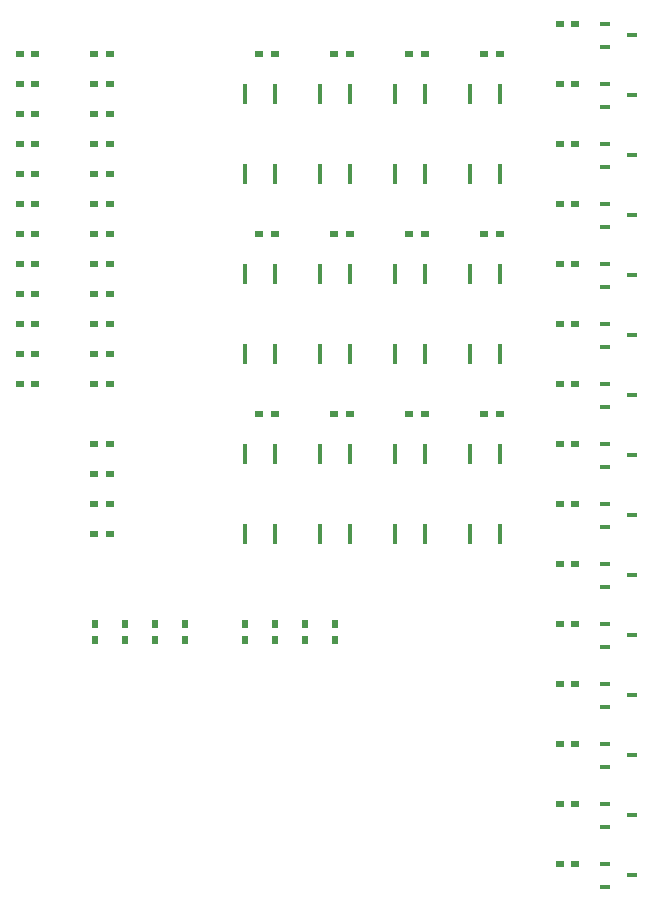
<source format=gbr>
G04 DipTrace 3.0.0.2*
G04 Âåðõíÿÿï.ìàñêà.gbr*
%MOIN*%
G04 #@! TF.FileFunction,Paste,Top*
G04 #@! TF.Part,Single*
%ADD35R,0.015748X0.070866*%
%ADD37R,0.033465X0.017717*%
%ADD39R,0.019685X0.027559*%
%ADD41R,0.027559X0.019685*%
%FSLAX26Y26*%
G04*
G70*
G90*
G75*
G01*
G04 TopPaste*
%LPD*%
D41*
X2543701Y3493701D3*
X2594882D3*
X2543701Y3293701D3*
X2594882D3*
X2543701Y3093701D3*
X2594882D3*
X2543701Y2893701D3*
X2594882D3*
X2543701Y2693701D3*
X2594882D3*
X2543701Y2493701D3*
X2594882D3*
X2543701Y2293701D3*
X2594882D3*
X2543701Y2093701D3*
X2594882D3*
X2543701Y1893701D3*
X2594882D3*
X2543701Y1693701D3*
X2594882D3*
X2543701Y693701D3*
X2594882D3*
X2543701Y893701D3*
X2594882D3*
X2543701Y1093701D3*
X2594882D3*
X2543701Y1293701D3*
X2594882D3*
X2543701Y1493701D3*
X2594882D3*
X1043701Y2293701D3*
X992520D3*
X1043701Y2393701D3*
X992520D3*
X1043701Y2493701D3*
X992520D3*
X1043701Y2593701D3*
X992520D3*
X1043701Y2693701D3*
X992520D3*
X1043701Y2793701D3*
X992520D3*
X1043701Y2893701D3*
X992520D3*
X1043701Y2993701D3*
X992520D3*
X1043701Y3093701D3*
X992520D3*
X1043701Y3193701D3*
X992520D3*
X1043701Y3293701D3*
X992520D3*
X1043701Y3393701D3*
X992520D3*
X1593701D3*
X1542520D3*
X1843701D3*
X1792520D3*
X2093701D3*
X2042520D3*
X2343701D3*
X2292520D3*
X1593701Y2793701D3*
X1542520D3*
X1843701D3*
X1792520D3*
X2093701D3*
X2042520D3*
X2343701D3*
X2292520D3*
X1593701Y2193701D3*
X1542520D3*
X1843701D3*
X1792520D3*
X2093701D3*
X2042520D3*
X2343701D3*
X2292520D3*
X743701Y2293701D3*
X794882D3*
X743701Y2393701D3*
X794882D3*
X743701Y2493701D3*
X794882D3*
X743701Y2593701D3*
X794882D3*
X743701Y2693701D3*
X794882D3*
X743701Y2793701D3*
X794882D3*
X743701Y2893701D3*
X794882D3*
X743701Y2993701D3*
X794882D3*
X743701Y3093701D3*
X794882D3*
X743701Y3193701D3*
X794882D3*
X743701Y3293701D3*
X794882D3*
X743701Y3393701D3*
X794882D3*
D39*
X1493701Y1493701D3*
Y1442520D3*
X1593701Y1493701D3*
Y1442520D3*
X1693701Y1493701D3*
Y1442520D3*
X1793701Y1493701D3*
Y1442520D3*
X993701Y1493701D3*
Y1442520D3*
X1093701Y1493701D3*
Y1442520D3*
X1193701Y1493701D3*
Y1442520D3*
X1293701Y1493701D3*
Y1442520D3*
D41*
X1043701Y2093701D3*
X992520D3*
X1043701Y1993701D3*
X992520D3*
X1043701Y1893701D3*
X992520D3*
X1043701Y1793701D3*
X992520D3*
D37*
X2693701Y3293701D3*
Y3218898D3*
X2784252Y3256299D3*
X2693701Y3093701D3*
Y3018898D3*
X2784252Y3056299D3*
X2693701Y2893701D3*
Y2818898D3*
X2784252Y2856299D3*
X2693701Y2693701D3*
Y2618898D3*
X2784252Y2656299D3*
X2693701Y2293701D3*
Y2218898D3*
X2784252Y2256299D3*
X2693701Y2093701D3*
Y2018898D3*
X2784252Y2056299D3*
X2693701Y1893701D3*
Y1818898D3*
X2784252Y1856299D3*
X2693701Y1693701D3*
Y1618898D3*
X2784252Y1656299D3*
X2693701Y1293701D3*
Y1218898D3*
X2784252Y1256299D3*
X2693701Y1093701D3*
Y1018898D3*
X2784252Y1056299D3*
X2693701Y893701D3*
Y818898D3*
X2784252Y856299D3*
X2693701Y693701D3*
Y618898D3*
X2784252Y656299D3*
X2693701Y3493701D3*
Y3418898D3*
X2784252Y3456299D3*
X2693701Y2493701D3*
Y2418898D3*
X2784252Y2456299D3*
X2693701Y1493701D3*
Y1418898D3*
X2784252Y1456299D3*
D35*
X1593701Y2993701D3*
X1493701D3*
X1593701Y3262441D3*
X1493701D3*
X1843701Y2993701D3*
X1743701D3*
X1843701Y3262441D3*
X1743701D3*
X2093701Y2993701D3*
X1993701D3*
X2093701Y3262441D3*
X1993701D3*
X2343701Y2993701D3*
X2243701D3*
X2343701Y3262441D3*
X2243701D3*
X1593701Y2393701D3*
X1493701D3*
X1593701Y2662441D3*
X1493701D3*
X1843701Y2393701D3*
X1743701D3*
X1843701Y2662441D3*
X1743701D3*
X2093701Y2393701D3*
X1993701D3*
X2093701Y2662441D3*
X1993701D3*
X1593701Y1793701D3*
X1493701D3*
X1593701Y2062441D3*
X1493701D3*
X1843701Y1793701D3*
X1743701D3*
X1843701Y2062441D3*
X1743701D3*
X2343701Y2393701D3*
X2243701D3*
X2343701Y2662441D3*
X2243701D3*
X2093701Y1793701D3*
X1993701D3*
X2093701Y2062441D3*
X1993701D3*
X2343701Y1793701D3*
X2243701D3*
X2343701Y2062441D3*
X2243701D3*
M02*

</source>
